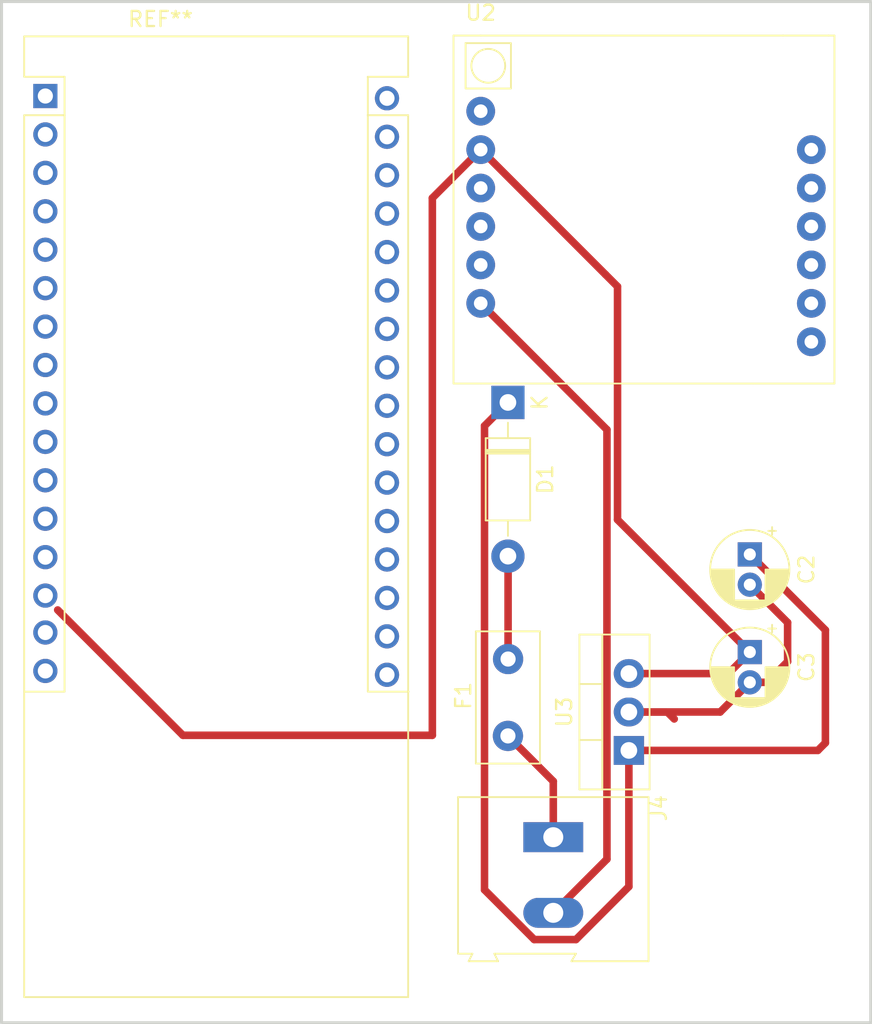
<source format=kicad_pcb>
(kicad_pcb (version 20240108) (generator "pcbnew") (generator_version "8.0")
  (layers (0 "F.Cu" signal) (31 "B.Cu" signal) (34 "B.Paste" user) (35 "F.Paste" user) (36 "B.SilkS" user "B.Silkscreen") (37 "F.SilkS" user "F.Silkscreen") (38 "B.Mask" user) (39 "F.Mask" user) (44 "Edge.Cuts" user))
  (net 0 "")
  (net 1 "Net-(D1-K)")
  (net 2 "Net-(J4-Pin_2)")
  (net 3 "Net-(U2-VCC)")
  (net 4 "Net-(D1-A)")
  (net 5 "Net-(J4-Pin_1)")
  (net 13 "Net-(U2-TXD)")
  (net 15 "Net-(U2-RXD)")
  (footprint "Fuse:Fuse_Littelfuse_395Series" (layer "F.Cu") (at 102 85.04 90)
    (property "Reference" "F1" (at 2.65 -2.95 90) (layer "F.SilkS"))
    (property "Value" "sigorta 2A")
    (fp_line (start -1.83 -2.12) (end 6.91 -2.12) (stroke (width 0.12)) (layer "F.SilkS"))
    (fp_line (start -1.83 -2.12) (end -1.83 2.12) (stroke (width 0.12)) (layer "F.SilkS"))
    (fp_line (start 6.91 2.12) (end 6.91 -2.12) (stroke (width 0.12)) (layer "F.SilkS"))
    (fp_line (start 6.91 2.12) (end -1.83 2.12) (stroke (width 0.12)) (layer "F.SilkS"))
    (pad "1" thru_hole circle (at 0 0 90) (size 2 2) (drill 1) (layers "*.Cu" "*.Mask") (net 5 "Net-(J4-Pin_1)"))
    (pad "2" thru_hole circle (at 5.08 0.01 90) (size 2 2) (drill 1) (layers "*.Cu" "*.Mask") (net 4 "Net-(D1-A)"))
  )
  (footprint "Sim800l:SIM800L-CORE" (layer "F.Cu") (at 100.2 43.75)
    (property "Reference" "U2" (at 0 -6.5 0) (layer "F.SilkS"))
    (property "Value" "SIM800L-CORE" (hide yes))
    (fp_line (start -1.8 10.8) (end -1.8 -5) (stroke (width 0.12)) (layer "F.SilkS"))
    (fp_line (start -1.8 10.8) (end -1.8 18) (stroke (width 0.12)) (layer "F.SilkS"))
    (fp_line (start -1.8 18) (end 0 18) (stroke (width 0.12)) (layer "F.SilkS"))
    (fp_line (start 0 -5) (end -1.8 -5) (stroke (width 0.12)) (layer "F.SilkS"))
    (fp_line (start 0 -5) (end 20 -5) (stroke (width 0.12)) (layer "F.SilkS"))
    (fp_line (start 0 18) (end 18 18) (stroke (width 0.12)) (layer "F.SilkS"))
    (fp_line (start 18 18) (end 23.4 18) (stroke (width 0.12)) (layer "F.SilkS"))
    (fp_line (start 20 -5) (end 23 -5) (stroke (width 0.12)) (layer "F.SilkS"))
    (fp_line (start 23.4 -5) (end 23 -5) (stroke (width 0.12)) (layer "F.SilkS"))
    (fp_line (start 23.4 18) (end 23.4 -5) (stroke (width 0.12)) (layer "F.SilkS"))
    (fp_rect (start -1 -4.5) (end 2 -1.5) (stroke (width 0.12)) (fill none) (layer "F.SilkS"))
    (fp_circle (center 0.5 -3) (end 1.5 -2.5) (stroke (width 0.12)) (fill none) (layer "F.SilkS"))
    (pad "1" thru_hole circle (at 0 0) (size 1.9 1.9) (drill 0.9) (layers "*.Cu" "*.Mask"))
    (pad "2" thru_hole circle (at 0 2.54) (size 1.9 1.9) (drill 0.9) (layers "*.Cu" "*.Mask") (net 3 "Net-(U2-VCC)"))
    (pad "3" thru_hole circle (at 0 5.08) (size 1.9 1.9) (drill 0.9) (layers "*.Cu" "*.Mask"))
    (pad "4" thru_hole circle (at 0 7.62) (size 1.9 1.9) (drill 0.9) (layers "*.Cu" "*.Mask") (net 15 "Net-(U2-RXD)"))
    (pad "5" thru_hole circle (at 0 10.16) (size 1.9 1.9) (drill 0.9) (layers "*.Cu" "*.Mask") (net 13 "Net-(U2-TXD)"))
    (pad "6" thru_hole circle (at 0 12.7) (size 1.9 1.9) (drill 0.9) (layers "*.Cu" "*.Mask") (net 2 "Net-(J4-Pin_2)"))
    (pad "7" thru_hole circle (at 21.87 15.24) (size 1.9 1.9) (drill 0.9) (layers "*.Cu" "*.Mask"))
    (pad "8" thru_hole circle (at 21.87 12.7) (size 1.9 1.9) (drill 0.9) (layers "*.Cu" "*.Mask"))
    (pad "9" thru_hole circle (at 21.87 10.16) (size 1.9 1.9) (drill 0.9) (layers "*.Cu" "*.Mask"))
    (pad "10" thru_hole circle (at 21.87 7.62) (size 1.9 1.9) (drill 0.9) (layers "*.Cu" "*.Mask"))
    (pad "11" thru_hole circle (at 21.87 5.08) (size 1.9 1.9) (drill 0.9) (layers "*.Cu" "*.Mask"))
    (pad "12" thru_hole circle (at 21.87 2.54) (size 1.9 1.9) (drill 0.9) (layers "*.Cu" "*.Mask"))
  )
  (footprint "TerminalBlock:TerminalBlock_Altech_AK300-2_P5.00mm" (layer "F.Cu") (at 105 91.735 -90)
    (property "Reference" "J4" (at -1.92 -6.99 90) (layer "F.SilkS"))
    (property "Value" "12V")
    (fp_line (start -2.65 6.3) (end 7.7 6.3) (stroke (width 0.12)) (layer "F.SilkS"))
    (fp_line (start 7.7 6.3) (end 7.7 5.35) (stroke (width 0.12)) (layer "F.SilkS"))
    (fp_line (start 8.2 5.6) (end 8.2 3.7) (stroke (width 0.12)) (layer "F.SilkS"))
    (fp_line (start 7.7 5.35) (end 8.2 5.6) (stroke (width 0.12)) (layer "F.SilkS"))
    (fp_line (start 7.7 3.9) (end 7.7 -1.5) (stroke (width 0.12)) (layer "F.SilkS"))
    (fp_line (start 8.2 3.7) (end 8.2 3.65) (stroke (width 0.12)) (layer "F.SilkS"))
    (fp_line (start 8.2 3.65) (end 7.7 3.9) (stroke (width 0.12)) (layer "F.SilkS"))
    (fp_line (start 8.2 -1.2) (end 8.2 -6.3) (stroke (width 0.12)) (layer "F.SilkS"))
    (fp_line (start 7.7 -1.5) (end 8.2 -1.2) (stroke (width 0.12)) (layer "F.SilkS"))
    (fp_line (start -2.65 -6.3) (end -2.65 6.3) (stroke (width 0.12)) (layer "F.SilkS"))
    (fp_line (start 8.2 -6.3) (end -2.65 -6.3) (stroke (width 0.12)) (layer "F.SilkS"))
    (pad "1" thru_hole rect (at 0 0 270) (size 1.98 3.96) (drill 1.32) (layers "*.Cu" "*.Mask") (net 5 "Net-(J4-Pin_1)"))
    (pad "2" thru_hole oval (at 5 0 270) (size 1.98 3.96) (drill 1.32) (layers "*.Cu" "*.Mask") (net 2 "Net-(J4-Pin_2)"))
  )
  (footprint "DeneyapKart1A:Deneyap Kart 1A" (layer "F.Cu") (at 71.4 42.746)
    (property "Reference" "REF**" (at 7.62 -5.08 0) (layer "F.SilkS"))
    (property "Value" "Deneyap Kart 1A")
    (fp_line (start -1.4 -3.94) (end -1.4 -1.27) (stroke (width 0.12)) (layer "F.SilkS"))
    (fp_line (start -1.4 1.27) (end -1.4 59.56) (stroke (width 0.12)) (layer "F.SilkS"))
    (fp_line (start 1.27 -1.27) (end -1.4 -1.27) (stroke (width 0.12)) (layer "F.SilkS"))
    (fp_line (start 1.27 1.27) (end -1.4 1.27) (stroke (width 0.12)) (layer "F.SilkS"))
    (fp_line (start 1.27 1.27) (end 1.27 -1.27) (stroke (width 0.12)) (layer "F.SilkS"))
    (fp_line (start 1.27 1.27) (end 1.27 39.37) (stroke (width 0.12)) (layer "F.SilkS"))
    (fp_line (start 1.27 39.37) (end -1.4 39.37) (stroke (width 0.12)) (layer "F.SilkS"))
    (fp_line (start 21.33 -1.27) (end 24 -1.27) (stroke (width 0.12)) (layer "F.SilkS"))
    (fp_line (start 21.33 1.27) (end 21.33 -1.27) (stroke (width 0.12)) (layer "F.SilkS"))
    (fp_line (start 21.33 1.27) (end 21.33 39.37) (stroke (width 0.12)) (layer "F.SilkS"))
    (fp_line (start 21.365 39.37) (end 24.035 39.37) (stroke (width 0.12)) (layer "F.SilkS"))
    (fp_line (start 24 -3.94) (end -1.4 -3.94) (stroke (width 0.12)) (layer "F.SilkS"))
    (fp_line (start 24 -3.94) (end 24 -1.27) (stroke (width 0.12)) (layer "F.SilkS"))
    (fp_line (start 24 1.27) (end 21.33 1.27) (stroke (width 0.12)) (layer "F.SilkS"))
    (fp_line (start 24 1.27) (end 24 59.56) (stroke (width 0.12)) (layer "F.SilkS"))
    (fp_line (start 24 59.56) (end -1.4 59.56) (stroke (width 0.12)) (layer "F.SilkS"))
    (pad "1" thru_hole rect (at 0 0) (size 1.6 1.6) (drill 1) (layers "*.Cu" "*.Mask"))
    (pad "2" thru_hole oval (at 0 2.54) (size 1.6 1.6) (drill 1) (layers "*.Cu" "*.Mask"))
    (pad "3" thru_hole oval (at 0 5.08) (size 1.6 1.6) (drill 1) (layers "*.Cu" "*.Mask"))
    (pad "4" thru_hole oval (at 0 7.62) (size 1.6 1.6) (drill 1) (layers "*.Cu" "*.Mask"))
    (pad "5" thru_hole oval (at 0 10.16) (size 1.6 1.6) (drill 1) (layers "*.Cu" "*.Mask"))
    (pad "6" thru_hole oval (at 0 12.7) (size 1.6 1.6) (drill 1) (layers "*.Cu" "*.Mask"))
    (pad "7" thru_hole oval (at 0 15.24) (size 1.6 1.6) (drill 1) (layers "*.Cu" "*.Mask"))
    (pad "8" thru_hole oval (at 0 17.78) (size 1.6 1.6) (drill 1) (layers "*.Cu" "*.Mask"))
    (pad "9" thru_hole oval (at 0 20.32) (size 1.6 1.6) (drill 1) (layers "*.Cu" "*.Mask"))
    (pad "10" thru_hole oval (at 0 22.86) (size 1.6 1.6) (drill 1) (layers "*.Cu" "*.Mask"))
    (pad "11" thru_hole oval (at 0 25.4) (size 1.6 1.6) (drill 1) (layers "*.Cu" "*.Mask"))
    (pad "12" thru_hole oval (at 0 27.94) (size 1.6 1.6) (drill 1) (layers "*.Cu" "*.Mask"))
    (pad "13" thru_hole oval (at 0 30.48) (size 1.6 1.6) (drill 1) (layers "*.Cu" "*.Mask"))
    (pad "14" thru_hole oval (at 0 33.02) (size 1.6 1.6) (drill 1) (layers "*.Cu" "*.Mask"))
    (pad "15" thru_hole oval (at 0 35.46) (size 1.6 1.6) (drill 1) (layers "*.Cu" "*.Mask"))
    (pad "16" thru_hole oval (at 0 38) (size 1.6 1.6) (drill 1) (layers "*.Cu" "*.Mask"))
    (pad "17" thru_hole oval (at 22.6 38.254) (size 1.6 1.6) (drill 1) (layers "*.Cu" "*.Mask"))
    (pad "18" thru_hole oval (at 22.6 35.714) (size 1.6 1.6) (drill 1) (layers "*.Cu" "*.Mask"))
    (pad "19" thru_hole oval (at 22.6 33.174) (size 1.6 1.6) (drill 1) (layers "*.Cu" "*.Mask"))
    (pad "20" thru_hole oval (at 22.6 30.634) (size 1.6 1.6) (drill 1) (layers "*.Cu" "*.Mask"))
    (pad "21" thru_hole oval (at 22.6 28.094) (size 1.6 1.6) (drill 1) (layers "*.Cu" "*.Mask"))
    (pad "22" thru_hole oval (at 22.6 25.554) (size 1.6 1.6) (drill 1) (layers "*.Cu" "*.Mask"))
    (pad "23" thru_hole oval (at 22.6 23.014) (size 1.6 1.6) (drill 1) (layers "*.Cu" "*.Mask"))
    (pad "24" thru_hole oval (at 22.6 20.474) (size 1.6 1.6) (drill 1) (layers "*.Cu" "*.Mask"))
    (pad "25" thru_hole oval (at 22.6 17.934) (size 1.6 1.6) (drill 1) (layers "*.Cu" "*.Mask"))
    (pad "26" thru_hole oval (at 22.6 15.394) (size 1.6 1.6) (drill 1) (layers "*.Cu" "*.Mask"))
    (pad "27" thru_hole oval (at 22.6 12.854) (size 1.6 1.6) (drill 1) (layers "*.Cu" "*.Mask"))
    (pad "28" thru_hole oval (at 22.6 10.314) (size 1.6 1.6) (drill 1) (layers "*.Cu" "*.Mask"))
    (pad "29" thru_hole oval (at 22.6 7.77) (size 1.6 1.6) (drill 1) (layers "*.Cu" "*.Mask"))
    (pad "30" thru_hole oval (at 22.6 5.234) (size 1.6 1.6) (drill 1) (layers "*.Cu" "*.Mask"))
    (pad "31" thru_hole oval (at 22.6 2.694) (size 1.6 1.6) (drill 1) (layers "*.Cu" "*.Mask"))
    (pad "32" thru_hole oval (at 22.6 0.15) (size 1.6 1.6) (drill 1) (layers "*.Cu" "*.Mask"))
  )
  (footprint "Diode_THT:D_DO-41_SOD81_P10.16mm_Horizontal" (layer "F.Cu") (at 102 63 -90)
    (property "Reference" "D1" (at 5.08 -2.47 90) (layer "F.SilkS"))
    (property "Value" "1N4007")
    (fp_line (start 2.36 1.47) (end 7.8 1.47) (stroke (width 0.12)) (layer "F.SilkS"))
    (fp_line (start 7.8 1.47) (end 7.8 -1.47) (stroke (width 0.12)) (layer "F.SilkS"))
    (fp_line (start 1.34 0) (end 2.36 0) (stroke (width 0.12)) (layer "F.SilkS"))
    (fp_line (start 8.82 0) (end 7.8 0) (stroke (width 0.12)) (layer "F.SilkS"))
    (fp_line (start 2.36 -1.47) (end 2.36 1.47) (stroke (width 0.12)) (layer "F.SilkS"))
    (fp_line (start 3.14 -1.47) (end 3.14 1.47) (stroke (width 0.12)) (layer "F.SilkS"))
    (fp_line (start 3.26 -1.47) (end 3.26 1.47) (stroke (width 0.12)) (layer "F.SilkS"))
    (fp_line (start 3.38 -1.47) (end 3.38 1.47) (stroke (width 0.12)) (layer "F.SilkS"))
    (fp_line (start 7.8 -1.47) (end 2.36 -1.47) (stroke (width 0.12)) (layer "F.SilkS"))
    (fp_text user "K" (at 0 -2.1 90) (layer "F.SilkS"))
    (pad "1" thru_hole rect (at 0 0 270) (size 2.2 2.2) (drill 1.1) (layers "*.Cu" "*.Mask") (net 1 "Net-(D1-K)"))
    (pad "2" thru_hole oval (at 10.16 0 270) (size 2.2 2.2) (drill 1.1) (layers "*.Cu" "*.Mask") (net 4 "Net-(D1-A)"))
  )
  (footprint "Capacitor_THT:CP_Radial_D5.0mm_P2.00mm" (layer "F.Cu") (at 118 79.5 -90)
    (property "Reference" "C3" (at 1 -3.75 -90) (layer "F.SilkS"))
    (property "Value" "1uF")
    (fp_line (start 1 1.04) (end 1 2.58) (stroke (width 0.12)) (layer "F.SilkS"))
    (fp_line (start 1.04 1.04) (end 1.04 2.58) (stroke (width 0.12)) (layer "F.SilkS"))
    (fp_line (start 1.08 1.04) (end 1.08 2.579) (stroke (width 0.12)) (layer "F.SilkS"))
    (fp_line (start 1.12 1.04) (end 1.12 2.578) (stroke (width 0.12)) (layer "F.SilkS"))
    (fp_line (start 1.16 1.04) (end 1.16 2.576) (stroke (width 0.12)) (layer "F.SilkS"))
    (fp_line (start 1.2 1.04) (end 1.2 2.573) (stroke (width 0.12)) (layer "F.SilkS"))
    (fp_line (start 1.24 1.04) (end 1.24 2.569) (stroke (width 0.12)) (layer "F.SilkS"))
    (fp_line (start 1.28 1.04) (end 1.28 2.565) (stroke (width 0.12)) (layer "F.SilkS"))
    (fp_line (start 1.32 1.04) (end 1.32 2.561) (stroke (width 0.12)) (layer "F.SilkS"))
    (fp_line (start 1.36 1.04) (end 1.36 2.556) (stroke (width 0.12)) (layer "F.SilkS"))
    (fp_line (start 1.4 1.04) (end 1.4 2.55) (stroke (width 0.12)) (layer "F.SilkS"))
    (fp_line (start 1.44 1.04) (end 1.44 2.543) (stroke (width 0.12)) (layer "F.SilkS"))
    (fp_line (start 1.48 1.04) (end 1.48 2.536) (stroke (width 0.12)) (layer "F.SilkS"))
    (fp_line (start 1.52 1.04) (end 1.52 2.528) (stroke (width 0.12)) (layer "F.SilkS"))
    (fp_line (start 1.56 1.04) (end 1.56 2.52) (stroke (width 0.12)) (layer "F.SilkS"))
    (fp_line (start 1.6 1.04) (end 1.6 2.511) (stroke (width 0.12)) (layer "F.SilkS"))
    (fp_line (start 1.64 1.04) (end 1.64 2.501) (stroke (width 0.12)) (layer "F.SilkS"))
    (fp_line (start 1.68 1.04) (end 1.68 2.491) (stroke (width 0.12)) (layer "F.SilkS"))
    (fp_line (start 1.721 1.04) (end 1.721 2.48) (stroke (width 0.12)) (layer "F.SilkS"))
    (fp_line (start 1.761 1.04) (end 1.761 2.468) (stroke (width 0.12)) (layer "F.SilkS"))
    (fp_line (start 1.801 1.04) (end 1.801 2.455) (stroke (width 0.12)) (layer "F.SilkS"))
    (fp_line (start 1.841 1.04) (end 1.841 2.442) (stroke (width 0.12)) (layer "F.SilkS"))
    (fp_line (start 1.881 1.04) (end 1.881 2.428) (stroke (width 0.12)) (layer "F.SilkS"))
    (fp_line (start 1.921 1.04) (end 1.921 2.414) (stroke (width 0.12)) (layer "F.SilkS"))
    (fp_line (start 1.961 1.04) (end 1.961 2.398) (stroke (width 0.12)) (layer "F.SilkS"))
    (fp_line (start 2.001 1.04) (end 2.001 2.382) (stroke (width 0.12)) (layer "F.SilkS"))
    (fp_line (start 2.041 1.04) (end 2.041 2.365) (stroke (width 0.12)) (layer "F.SilkS"))
    (fp_line (start 2.081 1.04) (end 2.081 2.348) (stroke (width 0.12)) (layer "F.SilkS"))
    (fp_line (start 2.121 1.04) (end 2.121 2.329) (stroke (width 0.12)) (layer "F.SilkS"))
    (fp_line (start 2.161 1.04) (end 2.161 2.31) (stroke (width 0.12)) (layer "F.SilkS"))
    (fp_line (start 2.201 1.04) (end 2.201 2.29) (stroke (width 0.12)) (layer "F.SilkS"))
    (fp_line (start 2.241 1.04) (end 2.241 2.268) (stroke (width 0.12)) (layer "F.SilkS"))
    (fp_line (start 2.281 1.04) (end 2.281 2.247) (stroke (width 0.12)) (layer "F.SilkS"))
    (fp_line (start 2.321 1.04) (end 2.321 2.224) (stroke (width 0.12)) (layer "F.SilkS"))
    (fp_line (start 2.361 1.04) (end 2.361 2.2) (stroke (width 0.12)) (layer "F.SilkS"))
    (fp_line (start 2.401 1.04) (end 2.401 2.175) (stroke (width 0.12)) (layer "F.SilkS"))
    (fp_line (start 2.441 1.04) (end 2.441 2.149) (stroke (width 0.12)) (layer "F.SilkS"))
    (fp_line (start 2.481 1.04) (end 2.481 2.122) (stroke (width 0.12)) (layer "F.SilkS"))
    (fp_line (start 2.521 1.04) (end 2.521 2.095) (stroke (width 0.12)) (layer "F.SilkS"))
    (fp_line (start 2.561 1.04) (end 2.561 2.065) (stroke (width 0.12)) (layer "F.SilkS"))
    (fp_line (start 2.601 1.04) (end 2.601 2.035) (stroke (width 0.12)) (layer "F.SilkS"))
    (fp_line (start 2.641 1.04) (end 2.641 2.004) (stroke (width 0.12)) (layer "F.SilkS"))
    (fp_line (start 2.681 1.04) (end 2.681 1.971) (stroke (width 0.12)) (layer "F.SilkS"))
    (fp_line (start 2.721 1.04) (end 2.721 1.937) (stroke (width 0.12)) (layer "F.SilkS"))
    (fp_line (start 2.761 1.04) (end 2.761 1.901) (stroke (width 0.12)) (layer "F.SilkS"))
    (fp_line (start 2.801 1.04) (end 2.801 1.864) (stroke (width 0.12)) (layer "F.SilkS"))
    (fp_line (start 2.841 1.04) (end 2.841 1.826) (stroke (width 0.12)) (layer "F.SilkS"))
    (fp_line (start 2.881 1.04) (end 2.881 1.785) (stroke (width 0.12)) (layer "F.SilkS"))
    (fp_line (start 2.921 1.04) (end 2.921 1.743) (stroke (width 0.12)) (layer "F.SilkS"))
    (fp_line (start 2.961 1.04) (end 2.961 1.699) (stroke (width 0.12)) (layer "F.SilkS"))
    (fp_line (start 3.001 1.04) (end 3.001 1.653) (stroke (width 0.12)) (layer "F.SilkS"))
    (fp_line (start 3.601 -0.284) (end 3.601 0.284) (stroke (width 0.12)) (layer "F.SilkS"))
    (fp_line (start 3.561 -0.518) (end 3.561 0.518) (stroke (width 0.12)) (layer "F.SilkS"))
    (fp_line (start 3.521 -0.677) (end 3.521 0.677) (stroke (width 0.12)) (layer "F.SilkS"))
    (fp_line (start 3.481 -0.805) (end 3.481 0.805) (stroke (width 0.12)) (layer "F.SilkS"))
    (fp_line (start 3.441 -0.915) (end 3.441 0.915) (stroke (width 0.12)) (layer "F.SilkS"))
    (fp_line (start 3.401 -1.011) (end 3.401 1.011) (stroke (width 0.12)) (layer "F.SilkS"))
    (fp_line (start 3.361 -1.098) (end 3.361 1.098) (stroke (width 0.12)) (layer "F.SilkS"))
    (fp_line (start 3.321 -1.178) (end 3.321 1.178) (stroke (width 0.12)) (layer "F.SilkS"))
    (fp_line (start 3.281 -1.251) (end 3.281 1.251) (stroke (width 0.12)) (layer "F.SilkS"))
    (fp_line (start 3.241 -1.319) (end 3.241 1.319) (stroke (width 0.12)) (layer "F.SilkS"))
    (fp_line (start 3.201 -1.383) (end 3.201 1.383) (stroke (width 0.12)) (layer "F.SilkS"))
    (fp_line (start 3.161 -1.443) (end 3.161 1.443) (stroke (width 0.12)) (layer "F.SilkS"))
    (fp_line (start -1.804775 -1.475) (end -1.304775 -1.475) (stroke (width 0.12)) (layer "F.SilkS"))
    (fp_line (start 3.121 -1.5) (end 3.121 1.5) (stroke (width 0.12)) (layer "F.SilkS"))
    (fp_line (start 3.081 -1.554) (end 3.081 1.554) (stroke (width 0.12)) (layer "F.SilkS"))
    (fp_line (start 3.041 -1.605) (end 3.041 1.605) (stroke (width 0.12)) (layer "F.SilkS"))
    (fp_line (start 3.001 -1.653) (end 3.001 -1.04) (stroke (width 0.12)) (layer "F.SilkS"))
    (fp_line (start 2.961 -1.699) (end 2.961 -1.04) (stroke (width 0.12)) (layer "F.SilkS"))
    (fp_line (start -1.554775 -1.725) (end -1.554775 -1.225) (stroke (width 0.12)) (layer "F.SilkS"))
    (fp_line (start 2.921 -1.743) (end 2.921 -1.04) (stroke (width 0.12)) (layer "F.SilkS"))
    (fp_line (start 2.881 -1.785) (end 2.881 -1.04) (stroke (width 0.12)) (layer "F.SilkS"))
    (fp_line (start 2.841 -1.826) (end 2.841 -1.04) (stroke (width 0.12)) (layer "F.SilkS"))
    (fp_line (start 2.801 -1.864) (end 2.801 -1.04) (stroke (width 0.12)) (layer "F.SilkS"))
    (fp_line (start 2.761 -1.901) (end 2.761 -1.04) (stroke (width 0.12)) (layer "F.SilkS"))
    (fp_line (start 2.721 -1.937) (end 2.721 -1.04) (stroke (width 0.12)) (layer "F.SilkS"))
    (fp_line (start 2.681 -1.971) (end 2.681 -1.04) (stroke (width 0.12)) (layer "F.SilkS"))
    (fp_line (start 2.641 -2.004) (end 2.641 -1.04) (stroke (width 0.12)) (layer "F.SilkS"))
    (fp_line (start 2.601 -2.035) (end 2.601 -1.04) (stroke (width 0.12)) (layer "F.SilkS"))
    (fp_line (start 2.561 -2.065) (end 2.561 -1.04) (stroke (width 0.12)) (layer "F.SilkS"))
    (fp_line (start 2.521 -2.095) (end 2.521 -1.04) (stroke (width 0.12)) (layer "F.SilkS"))
    (fp_line (start 2.481 -2.122) (end 2.481 -1.04) (stroke (width 0.12)) (layer "F.SilkS"))
    (fp_line (start 2.441 -2.149) (end 2.441 -1.04) (stroke (width 0.12)) (layer "F.SilkS"))
    (fp_line (start 2.401 -2.175) (end 2.401 -1.04) (stroke (width 0.12)) (layer "F.SilkS"))
    (fp_line (start 2.361 -2.2) (end 2.361 -1.04) (stroke (width 0.12)) (layer "F.SilkS"))
    (fp_line (start 2.321 -2.224) (end 2.321 -1.04) (stroke (width 0.12)) (layer "F.SilkS"))
    (fp_line (start 2.281 -2.247) (end 2.281 -1.04) (stroke (width 0.12)) (layer "F.SilkS"))
    (fp_line (start 2.241 -2.268) (end 2.241 -1.04) (stroke (width 0.12)) (layer "F.SilkS"))
    (fp_line (start 2.201 -2.29) (end 2.201 -1.04) (stroke (width 0.12)) (layer "F.SilkS"))
    (fp_line (start 2.161 -2.31) (end 2.161 -1.04) (stroke (width 0.12)) (layer "F.SilkS"))
    (fp_line (start 2.121 -2.329) (end 2.121 -1.04) (stroke (width 0.12)) (layer "F.SilkS"))
    (fp_line (start 2.081 -2.348) (end 2.081 -1.04) (stroke (width 0.12)) (layer "F.SilkS"))
    (fp_line (start 2.041 -2.365) (end 2.041 -1.04) (stroke (width 0.12)) (layer "F.SilkS"))
    (fp_line (start 2.001 -2.382) (end 2.001 -1.04) (stroke (width 0.12)) (layer "F.SilkS"))
    (fp_line (start 1.961 -2.398) (end 1.961 -1.04) (stroke (width 0.12)) (layer "F.SilkS"))
    (fp_line (start 1.921 -2.414) (end 1.921 -1.04) (stroke (width 0.12)) (layer "F.SilkS"))
    (fp_line (start 1.881 -2.428) (end 1.881 -1.04) (stroke (width 0.12)) (layer "F.SilkS"))
    (fp_line (start 1.841 -2.442) (end 1.841 -1.04) (stroke (width 0.12)) (layer "F.SilkS"))
    (fp_line (start 1.801 -2.455) (end 1.801 -1.04) (stroke (width 0.12)) (layer "F.SilkS"))
    (fp_line (start 1.761 -2.468) (end 1.761 -1.04) (stroke (width 0.12)) (layer "F.SilkS"))
    (fp_line (start 1.721 -2.48) (end 1.721 -1.04) (stroke (width 0.12)) (layer "F.SilkS"))
    (fp_line (start 1.68 -2.491) (end 1.68 -1.04) (stroke (width 0.12)) (layer "F.SilkS"))
    (fp_line (start 1.64 -2.501) (end 1.64 -1.04) (stroke (width 0.12)) (layer "F.SilkS"))
    (fp_line (start 1.6 -2.511) (end 1.6 -1.04) (stroke (width 0.12)) (layer "F.SilkS"))
    (fp_line (start 1.56 -2.52) (end 1.56 -1.04) (stroke (width 0.12)) (layer "F.SilkS"))
    (fp_line (start 1.52 -2.528) (end 1.52 -1.04) (stroke (width 0.12)) (layer "F.SilkS"))
    (fp_line (start 1.48 -2.536) (end 1.48 -1.04) (stroke (width 0.12)) (layer "F.SilkS"))
    (fp_line (start 1.44 -2.543) (end 1.44 -1.04) (stroke (width 0.12)) (layer "F.SilkS"))
    (fp_line (start 1.4 -2.55) (end 1.4 -1.04) (stroke (width 0.12)) (layer "F.SilkS"))
    (fp_line (start 1.36 -2.556) (end 1.36 -1.04) (stroke (width 0.12)) (layer "F.SilkS"))
    (fp_line (start 1.32 -2.561) (end 1.32 -1.04) (stroke (width 0.12)) (layer "F.SilkS"))
    (fp_line (start 1.28 -2.565) (end 1.28 -1.04) (stroke (width 0.12)) (layer "F.SilkS"))
    (fp_line (start 1.24 -2.569) (end 1.24 -1.04) (stroke (width 0.12)) (layer "F.SilkS"))
    (fp_line (start 1.2 -2.573) (end 1.2 -1.04) (stroke (width 0.12)) (layer "F.SilkS"))
    (fp_line (start 1.16 -2.576) (end 1.16 -1.04) (stroke (width 0.12)) (layer "F.SilkS"))
    (fp_line (start 1.12 -2.578) (end 1.12 -1.04) (stroke (width 0.12)) (layer "F.SilkS"))
    (fp_line (start 1.08 -2.579) (end 1.08 -1.04) (stroke (width 0.12)) (layer "F.SilkS"))
    (fp_line (start 1 -2.58) (end 1 -1.04) (stroke (width 0.12)) (layer "F.SilkS"))
    (fp_line (start 1.04 -2.58) (end 1.04 -1.04) (stroke (width 0.12)) (layer "F.SilkS"))
    (fp_circle (center 1 0) (end 3.62 0) (stroke (width 0.12)) (fill none) (layer "F.SilkS"))
    (pad "1" thru_hole rect (at 0 0 270) (size 1.6 1.6) (drill 0.8) (layers "*.Cu" "*.Mask") (net 3 "Net-(U2-VCC)"))
    (pad "2" thru_hole circle (at 2 0 270) (size 1.6 1.6) (drill 0.8) (layers "*.Cu" "*.Mask") (net 2 "Net-(J4-Pin_2)"))
  )
  (footprint "Package_TO_SOT_THT:TO-220-3_Vertical" (layer "F.Cu") (at 110 86 90)
    (property "Reference" "U3" (at 2.54 -4.27 90) (layer "F.SilkS"))
    (property "Value" "LM7805_TO220")
    (fp_line (start 7.66 -3.27) (end 7.66 1.371) (stroke (width 0.12)) (layer "F.SilkS"))
    (fp_line (start 4.391 -3.27) (end 4.391 -1.76) (stroke (width 0.12)) (layer "F.SilkS"))
    (fp_line (start 0.69 -3.27) (end 0.69 -1.76) (stroke (width 0.12)) (layer "F.SilkS"))
    (fp_line (start -2.58 -3.27) (end 7.66 -3.27) (stroke (width 0.12)) (layer "F.SilkS"))
    (fp_line (start -2.58 -3.27) (end -2.58 1.371) (stroke (width 0.12)) (layer "F.SilkS"))
    (fp_line (start -2.58 -1.76) (end 7.66 -1.76) (stroke (width 0.12)) (layer "F.SilkS"))
    (fp_line (start -2.58 1.371) (end 7.66 1.371) (stroke (width 0.12)) (layer "F.SilkS"))
    (pad "1" thru_hole rect (at 0 0 90) (size 1.905 2) (drill 1.1) (layers "*.Cu" "*.Mask") (net 1 "Net-(D1-K)"))
    (pad "2" thru_hole oval (at 2.54 0 90) (size 1.905 2) (drill 1.1) (layers "*.Cu" "*.Mask") (net 2 "Net-(J4-Pin_2)"))
    (pad "3" thru_hole oval (at 5.08 0 90) (size 1.905 2) (drill 1.1) (layers "*.Cu" "*.Mask") (net 3 "Net-(U2-VCC)"))
  )
  (footprint "Capacitor_THT:CP_Radial_D5.0mm_P2.00mm" (layer "F.Cu") (at 118 73.044888 -90)
    (property "Reference" "C2" (at 1 -3.75 90) (layer "F.SilkS"))
    (property "Value" "10uF")
    (fp_line (start 1 1.04) (end 1 2.58) (stroke (width 0.12)) (layer "F.SilkS"))
    (fp_line (start 1.04 1.04) (end 1.04 2.58) (stroke (width 0.12)) (layer "F.SilkS"))
    (fp_line (start 1.08 1.04) (end 1.08 2.579) (stroke (width 0.12)) (layer "F.SilkS"))
    (fp_line (start 1.12 1.04) (end 1.12 2.578) (stroke (width 0.12)) (layer "F.SilkS"))
    (fp_line (start 1.16 1.04) (end 1.16 2.576) (stroke (width 0.12)) (layer "F.SilkS"))
    (fp_line (start 1.2 1.04) (end 1.2 2.573) (stroke (width 0.12)) (layer "F.SilkS"))
    (fp_line (start 1.24 1.04) (end 1.24 2.569) (stroke (width 0.12)) (layer "F.SilkS"))
    (fp_line (start 1.28 1.04) (end 1.28 2.565) (stroke (width 0.12)) (layer "F.SilkS"))
    (fp_line (start 1.32 1.04) (end 1.32 2.561) (stroke (width 0.12)) (layer "F.SilkS"))
    (fp_line (start 1.36 1.04) (end 1.36 2.556) (stroke (width 0.12)) (layer "F.SilkS"))
    (fp_line (start 1.4 1.04) (end 1.4 2.55) (stroke (width 0.12)) (layer "F.SilkS"))
    (fp_line (start 1.44 1.04) (end 1.44 2.543) (stroke (width 0.12)) (layer "F.SilkS"))
    (fp_line (start 1.48 1.04) (end 1.48 2.536) (stroke (width 0.12)) (layer "F.SilkS"))
    (fp_line (start 1.52 1.04) (end 1.52 2.528) (stroke (width 0.12)) (layer "F.SilkS"))
    (fp_line (start 1.56 1.04) (end 1.56 2.52) (stroke (width 0.12)) (layer "F.SilkS"))
    (fp_line (start 1.6 1.04) (end 1.6 2.511) (stroke (width 0.12)) (layer "F.SilkS"))
    (fp_line (start 1.64 1.04) (end 1.64 2.501) (stroke (width 0.12)) (layer "F.SilkS"))
    (fp_line (start 1.68 1.04) (end 1.68 2.491) (stroke (width 0.12)) (layer "F.SilkS"))
    (fp_line (start 1.721 1.04) (end 1.721 2.48) (stroke (width 0.12)) (layer "F.SilkS"))
    (fp_line (start 1.761 1.04) (end 1.761 2.468) (stroke (width 0.12)) (layer "F.SilkS"))
    (fp_line (start 1.801 1.04) (end 1.801 2.455) (stroke (width 0.12)) (layer "F.SilkS"))
    (fp_line (start 1.841 1.04) (end 1.841 2.442) (stroke (width 0.12)) (layer "F.SilkS"))
    (fp_line (start 1.881 1.04) (end 1.881 2.428) (stroke (width 0.12)) (layer "F.SilkS"))
    (fp_line (start 1.921 1.04) (end 1.921 2.414) (stroke (width 0.12)) (layer "F.SilkS"))
    (fp_line (start 1.961 1.04) (end 1.961 2.398) (stroke (width 0.12)) (layer "F.SilkS"))
    (fp_line (start 2.001 1.04) (end 2.001 2.382) (stroke (width 0.12)) (layer "F.SilkS"))
    (fp_line (start 2.041 1.04) (end 2.041 2.365) (stroke (width 0.12)) (layer "F.SilkS"))
    (fp_line (start 2.081 1.04) (end 2.081 2.348) (stroke (width 0.12)) (layer "F.SilkS"))
    (fp_line (start 2.121 1.04) (end 2.121 2.329) (stroke (width 0.12)) (layer "F.SilkS"))
    (fp_line (start 2.161 1.04) (end 2.161 2.31) (stroke (width 0.12)) (layer "F.SilkS"))
    (fp_line (start 2.201 1.04) (end 2.201 2.29) (stroke (width 0.12)) (layer "F.SilkS"))
    (fp_line (start 2.241 1.04) (end 2.241 2.268) (stroke (width 0.12)) (layer "F.SilkS"))
    (fp_line (start 2.281 1.04) (end 2.281 2.247) (stroke (width 0.12)) (layer "F.SilkS"))
    (fp_line (start 2.321 1.04) (end 2.321 2.224) (stroke (width 0.12)) (layer "F.SilkS"))
    (fp_line (start 2.361 1.04) (end 2.361 2.2) (stroke (width 0.12)) (layer "F.SilkS"))
    (fp_line (start 2.401 1.04) (end 2.401 2.175) (stroke (width 0.12)) (layer "F.SilkS"))
    (fp_line (start 2.441 1.04) (end 2.441 2.149) (stroke (width 0.12)) (layer "F.SilkS"))
    (fp_line (start 2.481 1.04) (end 2.481 2.122) (stroke (width 0.12)) (layer "F.SilkS"))
    (fp_line (start 2.521 1.04) (end 2.521 2.095) (stroke (width 0.12)) (layer "F.SilkS"))
    (fp_line (start 2.561 1.04) (end 2.561 2.065) (stroke (width 0.12)) (layer "F.SilkS"))
    (fp_line (start 2.601 1.04) (end 2.601 2.035) (stroke (width 0.12)) (layer "F.SilkS"))
    (fp_line (start 2.641 1.04) (end 2.641 2.004) (stroke (width 0.12)) (layer "F.SilkS"))
    (fp_line (start 2.681 1.04) (end 2.681 1.971) (stroke (width 0.12)) (layer "F.SilkS"))
    (fp_line (start 2.721 1.04) (end 2.721 1.937) (stroke (width 0.12)) (layer "F.SilkS"))
    (fp_line (start 2.761 1.04) (end 2.761 1.901) (stroke (width 0.12)) (layer "F.SilkS"))
    (fp_line (start 2.801 1.04) (end 2.801 1.864) (stroke (width 0.12)) (layer "F.SilkS"))
    (fp_line (start 2.841 1.04) (end 2.841 1.826) (stroke (width 0.12)) (layer "F.SilkS"))
    (fp_line (start 2.881 1.04) (end 2.881 1.785) (stroke (width 0.12)) (layer "F.SilkS"))
    (fp_line (start 2.921 1.04) (end 2.921 1.743) (stroke (width 0.12)) (layer "F.SilkS"))
    (fp_line (start 2.961 1.04) (end 2.961 1.699) (stroke (width 0.12)) (layer "F.SilkS"))
    (fp_line (start 3.001 1.04) (end 3.001 1.653) (stroke (width 0.12)) (layer "F.SilkS"))
    (fp_line (start 3.601 -0.284) (end 3.601 0.284) (stroke (width 0.12)) (layer "F.SilkS"))
    (fp_line (start 3.561 -0.518) (end 3.561 0.518) (stroke (width 0.12)) (layer "F.SilkS"))
    (fp_line (start 3.521 -0.677) (end 3.521 0.677) (stroke (width 0.12)) (layer "F.SilkS"))
    (fp_line (start 3.481 -0.805) (end 3.481 0.805) (stroke (width 0.12)) (layer "F.SilkS"))
    (fp_line (start 3.441 -0.915) (end 3.441 0.915) (stroke (width 0.12)) (layer "F.SilkS"))
    (fp_line (start 3.401 -1.011) (end 3.401 1.011) (stroke (width 0.12)) (layer "F.SilkS"))
    (fp_line (start 3.361 -1.098) (end 3.361 1.098) (stroke (width 0.12)) (layer "F.SilkS"))
    (fp_line (start 3.321 -1.178) (end 3.321 1.178) (stroke (width 0.12)) (layer "F.SilkS"))
    (fp_line (start 3.281 -1.251) (end 3.281 1.251) (stroke (width 0.12)) (layer "F.SilkS"))
    (fp_line (start 3.241 -1.319) (end 3.241 1.319) (stroke (width 0.12)) (layer "F.SilkS"))
    (fp_line (start 3.201 -1.383) (end 3.201 1.383) (stroke (width 0.12)) (layer "F.SilkS"))
    (fp_line (start 3.161 -1.443) (end 3.161 1.443) (stroke (width 0.12)) (layer "F.SilkS"))
    (fp_line (start -1.804775 -1.475) (end -1.304775 -1.475) (stroke (width 0.12)) (layer "F.SilkS"))
    (fp_line (start 3.121 -1.5) (end 3.121 1.5) (stroke (width 0.12)) (layer "F.SilkS"))
    (fp_line (start 3.081 -1.554) (end 3.081 1.554) (stroke (width 0.12)) (layer "F.SilkS"))
    (fp_line (start 3.041 -1.605) (end 3.041 1.605) (stroke (width 0.12)) (layer "F.SilkS"))
    (fp_line (start 3.001 -1.653) (end 3.001 -1.04) (stroke (width 0.12)) (layer "F.SilkS"))
    (fp_line (start 2.961 -1.699) (end 2.961 -1.04) (stroke (width 0.12)) (layer "F.SilkS"))
    (fp_line (start -1.554775 -1.725) (end -1.554775 -1.225) (stroke (width 0.12)) (layer "F.SilkS"))
    (fp_line (start 2.921 -1.743) (end 2.921 -1.04) (stroke (width 0.12)) (layer "F.SilkS"))
    (fp_line (start 2.881 -1.785) (end 2.881 -1.04) (stroke (width 0.12)) (layer "F.SilkS"))
    (fp_line (start 2.841 -1.826) (end 2.841 -1.04) (stroke (width 0.12)) (layer "F.SilkS"))
    (fp_line (start 2.801 -1.864) (end 2.801 -1.04) (stroke (width 0.12)) (layer "F.SilkS"))
    (fp_line (start 2.761 -1.901) (end 2.761 -1.04) (stroke (width 0.12)) (layer "F.SilkS"))
    (fp_line (start 2.721 -1.937) (end 2.721 -1.04) (stroke (width 0.12)) (layer "F.SilkS"))
    (fp_line (start 2.681 -1.971) (end 2.681 -1.04) (stroke (width 0.12)) (layer "F.SilkS"))
    (fp_line (start 2.641 -2.004) (end 2.641 -1.04) (stroke (width 0.12)) (layer "F.SilkS"))
    (fp_line (start 2.601 -2.035) (end 2.601 -1.04) (stroke (width 0.12)) (layer "F.SilkS"))
    (fp_line (start 2.561 -2.065) (end 2.561 -1.04) (stroke (width 0.12)) (layer "F.SilkS"))
    (fp_line (start 2.521 -2.095) (end 2.521 -1.04) (stroke (width 0.12)) (layer "F.SilkS"))
    (fp_line (start 2.481 -2.122) (end 2.481 -1.04) (stroke (width 0.12)) (layer "F.SilkS"))
    (fp_line (start 2.441 -2.149) (end 2.441 -1.04) (stroke (width 0.12)) (layer "F.SilkS"))
    (fp_line (start 2.401 -2.175) (end 2.401 -1.04) (stroke (width 0.12)) (layer "F.SilkS"))
    (fp_line (start 2.361 -2.2) (end 2.361 -1.04) (stroke (width 0.12)) (layer "F.SilkS"))
    (fp_line (start 2.321 -2.224) (end 2.321 -1.04) (stroke (width 0.12)) (layer "F.SilkS"))
    (fp_line (start 2.281 -2.247) (end 2.281 -1.04) (stroke (width 0.12)) (layer "F.SilkS"))
    (fp_line (start 2.241 -2.268) (end 2.241 -1.04) (stroke (width 0.12)) (layer "F.SilkS"))
    (fp_line (start 2.201 -2.29) (end 2.201 -1.04) (stroke (width 0.12)) (layer "F.SilkS"))
    (fp_line (start 2.161 -2.31) (end 2.161 -1.04) (stroke (width 0.12)) (layer "F.SilkS"))
    (fp_line (start 2.121 -2.329) (end 2.121 -1.04) (stroke (width 0.12)) (layer "F.SilkS"))
    (fp_line (start 2.081 -2.348) (end 2.081 -1.04) (stroke (width 0.12)) (layer "F.SilkS"))
    (fp_line (start 2.041 -2.365) (end 2.041 -1.04) (stroke (width 0.12)) (layer "F.SilkS"))
    (fp_line (start 2.001 -2.382) (end 2.001 -1.04) (stroke (width 0.12)) (layer "F.SilkS"))
    (fp_line (start 1.961 -2.398) (end 1.961 -1.04) (stroke (width 0.12)) (layer "F.SilkS"))
    (fp_line (start 1.921 -2.414) (end 1.921 -1.04) (stroke (width 0.12)) (layer "F.SilkS"))
    (fp_line (start 1.881 -2.428) (end 1.881 -1.04) (stroke (width 0.12)) (layer "F.SilkS"))
    (fp_line (start 1.841 -2.442) (end 1.841 -1.04) (stroke (width 0.12)) (layer "F.SilkS"))
    (fp_line (start 1.801 -2.455) (end 1.801 -1.04) (stroke (width 0.12)) (layer "F.SilkS"))
    (fp_line (start 1.761 -2.468) (end 1.761 -1.04) (stroke (width 0.12)) (layer "F.SilkS"))
    (fp_line (start 1.721 -2.48) (end 1.721 -1.04) (stroke (width 0.12)) (layer "F.SilkS"))
    (fp_line (start 1.68 -2.491) (end 1.68 -1.04) (stroke (width 0.12)) (layer "F.SilkS"))
    (fp_line (start 1.64 -2.501) (end 1.64 -1.04) (stroke (width 0.12)) (layer "F.SilkS"))
    (fp_line (start 1.6 -2.511) (end 1.6 -1.04) (stroke (width 0.12)) (layer "F.SilkS"))
    (fp_line (start 1.56 -2.52) (end 1.56 -1.04) (stroke (width 0.12)) (layer "F.SilkS"))
    (fp_line (start 1.52 -2.528) (end 1.52 -1.04) (stroke (width 0.12)) (layer "F.SilkS"))
    (fp_line (start 1.48 -2.536) (end 1.48 -1.04) (stroke (width 0.12)) (layer "F.SilkS"))
    (fp_line (start 1.44 -2.543) (end 1.44 -1.04) (stroke (width 0.12)) (layer "F.SilkS"))
    (fp_line (start 1.4 -2.55) (end 1.4 -1.04) (stroke (width 0.12)) (layer "F.SilkS"))
    (fp_line (start 1.36 -2.556) (end 1.36 -1.04) (stroke (width 0.12)) (layer "F.SilkS"))
    (fp_line (start 1.32 -2.561) (end 1.32 -1.04) (stroke (width 0.12)) (layer "F.SilkS"))
    (fp_line (start 1.28 -2.565) (end 1.28 -1.04) (stroke (width 0.12)) (layer "F.SilkS"))
    (fp_line (start 1.24 -2.569) (end 1.24 -1.04) (stroke (width 0.12)) (layer "F.SilkS"))
    (fp_line (start 1.2 -2.573) (end 1.2 -1.04) (stroke (width 0.12)) (layer "F.SilkS"))
    (fp_line (start 1.16 -2.576) (end 1.16 -1.04) (stroke (width 0.12)) (layer "F.SilkS"))
    (fp_line (start 1.12 -2.578) (end 1.12 -1.04) (stroke (width 0.12)) (layer "F.SilkS"))
    (fp_line (start 1.08 -2.579) (end 1.08 -1.04) (stroke (width 0.12)) (layer "F.SilkS"))
    (fp_line (start 1 -2.58) (end 1 -1.04) (stroke (width 0.12)) (layer "F.SilkS"))
    (fp_line (start 1.04 -2.58) (end 1.04 -1.04) (stroke (width 0.12)) (layer "F.SilkS"))
    (fp_circle (center 1 0) (end 3.62 0) (stroke (width 0.12)) (fill none) (layer "F.SilkS"))
    (pad "1" thru_hole rect (at 0 0 270) (size 1.6 1.6) (drill 0.8) (layers "*.Cu" "*.Mask") (net 1 "Net-(D1-K)"))
    (pad "2" thru_hole circle (at 2 0 270) (size 1.6 1.6) (drill 0.8) (layers "*.Cu" "*.Mask") (net 2 "Net-(J4-Pin_2)"))
  )
  (gr_rect (start 68.5 36.5) (end 126 104) (stroke (width 0.2)) (fill none) (layer "Edge.Cuts"))
  (segment (start 123 78.044888) (end 123 85.5) (width 0.5) (layer "F.Cu") (net 1))
  (segment (start 122.5 86) (end 110 86) (width 0.5) (layer "F.Cu") (net 1))
  (segment (start 106.5 98.5) (end 110 95) (width 0.5) (layer "F.Cu") (net 1))
  (segment (start 100.45 64.55) (end 100.45 95.211468) (width 0.5) (layer "F.Cu") (net 1))
  (segment (start 103.738532 98.5) (end 106.5 98.5) (width 0.5) (layer "F.Cu") (net 1))
  (segment (start 110 95) (end 110 86) (width 0.5) (layer "F.Cu") (net 1))
  (segment (start 102 63) (end 100.45 64.55) (width 0.5) (layer "F.Cu") (net 1))
  (segment (start 100.45 95.211468) (end 103.738532 98.5) (width 0.5) (layer "F.Cu") (net 1))
  (segment (start 123 85.5) (end 122.5 86) (width 0.5) (layer "F.Cu") (net 1))
  (segment (start 118 73.044888) (end 123 78.044888) (width 0.5) (layer "F.Cu") (net 1))
  (segment (start 120.5 77.544888) (end 120.5 80.13137) (width 0.5) (layer "F.Cu") (net 2))
  (segment (start 119.13137 81.5) (end 118 81.5) (width 0.5) (layer "F.Cu") (net 2))
  (segment (start 110 83.46) (end 116.04 83.46) (width 0.5) (layer "F.Cu") (net 2))
  (segment (start 109.6875 83.46) (end 110 83.46) (width 0.5) (layer "F.Cu") (net 2))
  (segment (start 112.54 83.46) (end 110 83.46) (width 0.5) (layer "F.Cu") (net 2))
  (segment (start 116.04 83.46) (end 118 81.5) (width 0.5) (layer "F.Cu") (net 2))
  (segment (start 118 75.044888) (end 120.5 77.544888) (width 0.5) (layer "F.Cu") (net 2))
  (segment (start 105 96.735) (end 108.55 93.185) (width 0.5) (layer "F.Cu") (net 2))
  (segment (start 120.5 80.13137) (end 119.13137 81.5) (width 0.5) (layer "F.Cu") (net 2))
  (segment (start 113 83.92) (end 112.54 83.46) (width 0.5) (layer "F.Cu") (net 2))
  (segment (start 108.55 93.185) (end 108.55 64.8) (width 0.5) (layer "F.Cu") (net 2))
  (segment (start 108.55 64.8) (end 100.2 56.45) (width 0.5) (layer "F.Cu") (net 2))
  (segment (start 100.2 46.29) (end 97 49.49) (width 0.5) (layer "F.Cu") (net 3))
  (segment (start 110 80.92) (end 116.58 80.92) (width 0.5) (layer "F.Cu") (net 3))
  (segment (start 109.25 70.75) (end 109.25 55.34) (width 0.5) (layer "F.Cu") (net 3))
  (segment (start 97 85) (end 80.5 85) (width 0.5) (layer "F.Cu") (net 3))
  (segment (start 116.58 80.92) (end 118 79.5) (width 0.5) (layer "F.Cu") (net 3))
  (segment (start 109.25 55.34) (end 108.455 54.545) (width 0.5) (layer "F.Cu") (net 3))
  (segment (start 97 49.49) (end 97 85) (width 0.5) (layer "F.Cu") (net 3))
  (segment (start 108.455 54.545) (end 100.2 46.29) (width 0.5) (layer "F.Cu") (net 3))
  (segment (start 118 79.5) (end 109.25 70.75) (width 0.5) (layer "F.Cu") (net 3))
  (segment (start 80.5 85) (end 72.216883 76.716883) (width 0.5) (layer "F.Cu") (net 3))
  (segment (start 102.01 73.17) (end 102 73.16) (width 0.5) (layer "F.Cu") (net 4))
  (segment (start 102.01 79.96) (end 102.01 73.17) (width 0.5) (layer "F.Cu") (net 4))
  (segment (start 105 91.735) (end 105 88.04) (width 0.5) (layer "F.Cu") (net 5))
  (segment (start 105 88.04) (end 102 85.04) (width 0.5) (layer "F.Cu") (net 5))
)
</source>
